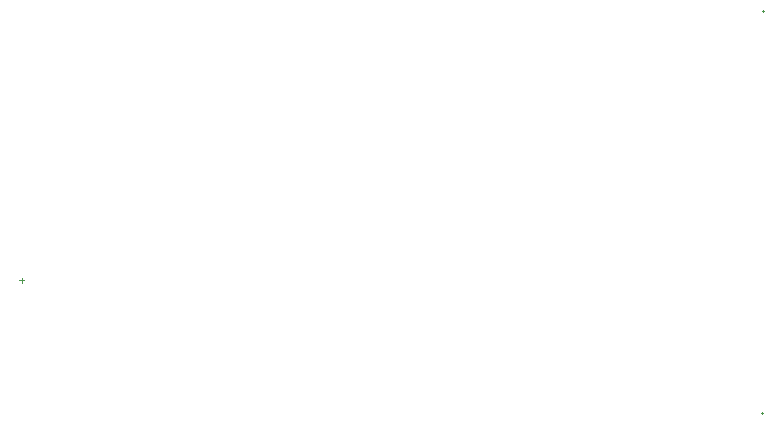
<source format=gm1>
G04*
G04 #@! TF.GenerationSoftware,Altium Limited,Altium Designer,19.0.10 (269)*
G04*
G04 Layer_Color=16711935*
%FSLAX44Y44*%
%MOMM*%
G71*
G01*
G75*
%ADD11C,0.2540*%
%ADD120C,0.1000*%
D11*
X1750802Y599965D02*
Y599967D01*
X1751552Y940600D02*
Y940602D01*
D120*
X1121696Y712470D02*
X1125696D01*
X1123696Y710470D02*
Y714470D01*
M02*

</source>
